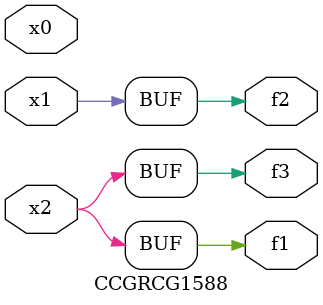
<source format=v>
module CCGRCG1588(
	input x0, x1, x2,
	output f1, f2, f3
);
	assign f1 = x2;
	assign f2 = x1;
	assign f3 = x2;
endmodule

</source>
